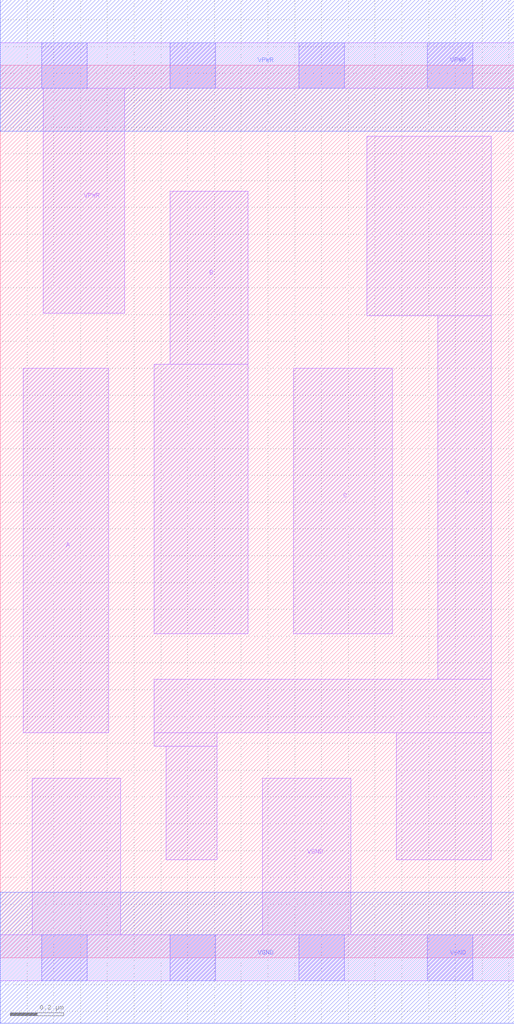
<source format=lef>
# Copyright 2020 The SkyWater PDK Authors
#
# Licensed under the Apache License, Version 2.0 (the "License");
# you may not use this file except in compliance with the License.
# You may obtain a copy of the License at
#
#     https://www.apache.org/licenses/LICENSE-2.0
#
# Unless required by applicable law or agreed to in writing, software
# distributed under the License is distributed on an "AS IS" BASIS,
# WITHOUT WARRANTIES OR CONDITIONS OF ANY KIND, either express or implied.
# See the License for the specific language governing permissions and
# limitations under the License.
#
# SPDX-License-Identifier: Apache-2.0

VERSION 5.7 ;
  NAMESCASESENSITIVE ON ;
  NOWIREEXTENSIONATPIN ON ;
  DIVIDERCHAR "/" ;
  BUSBITCHARS "[]" ;
UNITS
  DATABASE MICRONS 200 ;
END UNITS
MACRO sky130_fd_sc_lp__nor3_0
  CLASS CORE ;
  SOURCE USER ;
  FOREIGN sky130_fd_sc_lp__nor3_0 ;
  ORIGIN  0.000000  0.000000 ;
  SIZE  1.920000 BY  3.330000 ;
  SYMMETRY X Y R90 ;
  SITE unit ;
  PIN A
    ANTENNAGATEAREA  0.159000 ;
    DIRECTION INPUT ;
    USE SIGNAL ;
    PORT
      LAYER li1 ;
        RECT 0.085000 0.840000 0.405000 2.200000 ;
    END
  END A
  PIN B
    ANTENNAGATEAREA  0.159000 ;
    DIRECTION INPUT ;
    USE SIGNAL ;
    PORT
      LAYER li1 ;
        RECT 0.575000 1.210000 0.925000 2.215000 ;
        RECT 0.635000 2.215000 0.925000 2.860000 ;
    END
  END B
  PIN C
    ANTENNAGATEAREA  0.159000 ;
    DIRECTION INPUT ;
    USE SIGNAL ;
    PORT
      LAYER li1 ;
        RECT 1.095000 1.210000 1.465000 2.200000 ;
    END
  END C
  PIN Y
    ANTENNADIFFAREA  0.398500 ;
    DIRECTION OUTPUT ;
    USE SIGNAL ;
    PORT
      LAYER li1 ;
        RECT 0.575000 0.790000 0.810000 0.840000 ;
        RECT 0.575000 0.840000 1.835000 1.040000 ;
        RECT 0.620000 0.365000 0.810000 0.790000 ;
        RECT 1.370000 2.395000 1.835000 3.065000 ;
        RECT 1.480000 0.365000 1.835000 0.840000 ;
        RECT 1.635000 1.040000 1.835000 2.395000 ;
    END
  END Y
  PIN VGND
    DIRECTION INOUT ;
    USE GROUND ;
    PORT
      LAYER li1 ;
        RECT 0.000000 -0.085000 1.920000 0.085000 ;
        RECT 0.120000  0.085000 0.450000 0.670000 ;
        RECT 0.980000  0.085000 1.310000 0.670000 ;
      LAYER mcon ;
        RECT 0.155000 -0.085000 0.325000 0.085000 ;
        RECT 0.635000 -0.085000 0.805000 0.085000 ;
        RECT 1.115000 -0.085000 1.285000 0.085000 ;
        RECT 1.595000 -0.085000 1.765000 0.085000 ;
      LAYER met1 ;
        RECT 0.000000 -0.245000 1.920000 0.245000 ;
    END
  END VGND
  PIN VPWR
    DIRECTION INOUT ;
    USE POWER ;
    PORT
      LAYER li1 ;
        RECT 0.000000 3.245000 1.920000 3.415000 ;
        RECT 0.160000 2.405000 0.465000 3.245000 ;
      LAYER mcon ;
        RECT 0.155000 3.245000 0.325000 3.415000 ;
        RECT 0.635000 3.245000 0.805000 3.415000 ;
        RECT 1.115000 3.245000 1.285000 3.415000 ;
        RECT 1.595000 3.245000 1.765000 3.415000 ;
      LAYER met1 ;
        RECT 0.000000 3.085000 1.920000 3.575000 ;
    END
  END VPWR
END sky130_fd_sc_lp__nor3_0

</source>
